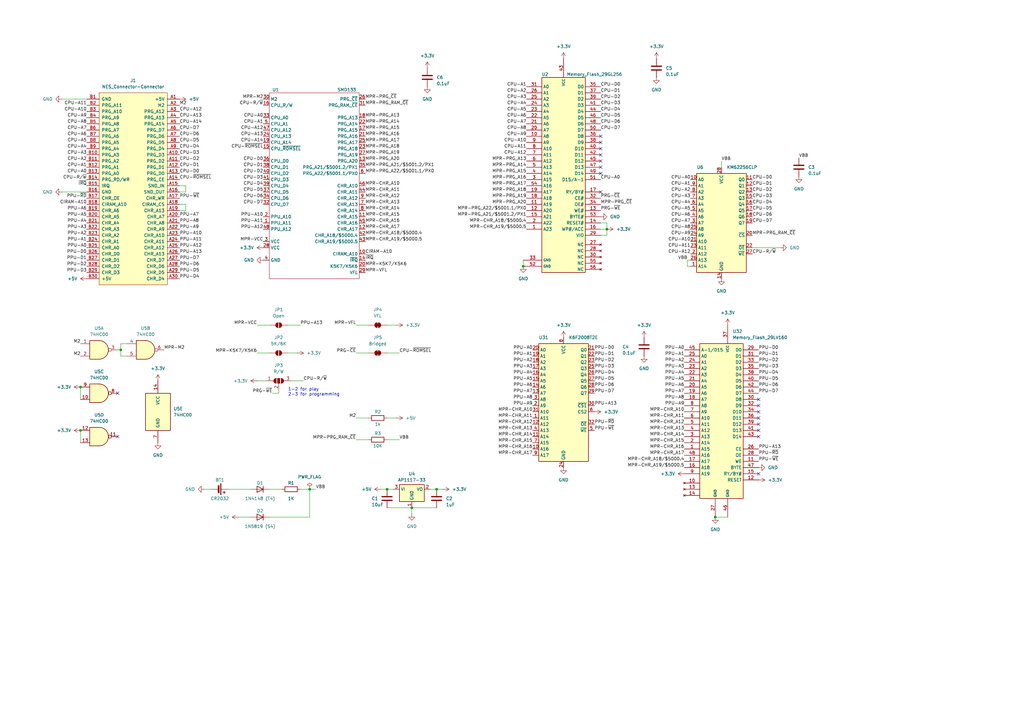
<source format=kicad_sch>
(kicad_sch (version 20250114) (generator "eeschema") (generator_version "9.0")
  (paper "A3")
  (title_block (date "2025-07-08") (company "JRBVZ"))
  (text "1-2 for play\n2-3 for programming" (at 118.11 162.56 0) (effects (font (size 1.27 1.27)) (justify left bottom)))
  (junction (at 248.92 93.98))
  (junction (at 49.53 143.51))
  (junction (at 293.37 212.09))
  (junction (at 179.07 200.66))
  (junction (at 33.02 176.53))
  (junction (at 168.91 208.28))
  (junction (at 127 200.66))
  (junction (at 33.02 158.75))
  (junction (at 214.63 109.22))
  (junction (at 158.75 200.66))
  (no_connect (at 246.38 78.74))
  (no_connect (at 311.15 166.37))
  (no_connect (at 48.26 179.07))
  (no_connect (at 246.38 58.42))
  (no_connect (at 246.38 71.12))
  (no_connect (at 311.15 163.83))
  (no_connect (at 311.15 168.91))
  (no_connect (at 246.38 55.88))
  (no_connect (at 311.15 176.53))
  (no_connect (at 311.15 179.07))
  (no_connect (at 311.15 194.31))
  (no_connect (at 246.38 63.5))
  (no_connect (at 246.38 68.58))
  (no_connect (at 48.26 161.29))
  (no_connect (at 246.38 66.04))
  (no_connect (at 246.38 60.96))
  (no_connect (at 311.15 171.45))
  (no_connect (at 311.15 173.99))
  (wire (pts (xy 105.41 156.21) (xy 109.22 156.21)))
  (wire (pts (xy 49.53 143.51) (xy 49.53 146.05)))
  (wire (pts (xy 214.63 106.68) (xy 214.63 109.22)))
  (wire (pts (xy 158.75 208.28) (xy 168.91 208.28)))
  (wire (pts (xy 111.76 161.29) (xy 114.3 161.29)))
  (wire (pts (xy 248.92 96.52) (xy 246.38 96.52)))
  (wire (pts (xy 110.49 200.66) (xy 115.57 200.66)))
  (wire (pts (xy 146.05 133.35) (xy 151.13 133.35)))
  (wire (pts (xy 281.94 109.22) (xy 283.21 109.22)))
  (wire (pts (xy 73.66 83.82) (xy 76.2 83.82)))
  (wire (pts (xy 281.94 106.68) (xy 281.94 109.22)))
  (wire (pts (xy 121.92 144.78) (xy 118.11 144.78)))
  (wire (pts (xy 73.66 76.2) (xy 76.2 76.2)))
  (wire (pts (xy 76.2 83.82) (xy 76.2 86.36)))
  (wire (pts (xy 295.91 66.04) (xy 295.91 68.58)))
  (wire (pts (xy 25.4 78.74) (xy 35.56 78.74)))
  (wire (pts (xy 33.02 176.53) (xy 33.02 181.61)))
  (wire (pts (xy 110.49 212.09) (xy 127 212.09)))
  (wire (pts (xy 158.75 200.66) (xy 161.29 200.66)))
  (wire (pts (xy 163.83 180.34) (xy 158.75 180.34)))
  (wire (pts (xy 168.91 208.28) (xy 179.07 208.28)))
  (wire (pts (xy 124.46 156.21) (xy 119.38 156.21)))
  (wire (pts (xy 156.21 200.66) (xy 158.75 200.66)))
  (wire (pts (xy 114.3 161.29) (xy 114.3 160.02)))
  (wire (pts (xy 146.05 144.78) (xy 151.13 144.78)))
  (wire (pts (xy 146.05 180.34) (xy 151.13 180.34)))
  (wire (pts (xy 105.41 133.35) (xy 110.49 133.35)))
  (wire (pts (xy 123.19 133.35) (xy 118.11 133.35)))
  (wire (pts (xy 105.41 144.78) (xy 110.49 144.78)))
  (wire (pts (xy 248.92 91.44) (xy 248.92 93.98)))
  (wire (pts (xy 246.38 93.98) (xy 248.92 93.98)))
  (wire (pts (xy 179.07 200.66) (xy 181.61 200.66)))
  (wire (pts (xy 246.38 91.44) (xy 248.92 91.44)))
  (wire (pts (xy 97.79 212.09) (xy 102.87 212.09)))
  (wire (pts (xy 248.92 93.98) (xy 248.92 96.52)))
  (wire (pts (xy 179.07 200.66) (xy 176.53 200.66)))
  (wire (pts (xy 163.83 144.78) (xy 158.75 144.78)))
  (wire (pts (xy 293.37 212.09) (xy 298.45 212.09)))
  (wire (pts (xy 49.53 140.97) (xy 49.53 143.51)))
  (wire (pts (xy 127 200.66) (xy 123.19 200.66)))
  (wire (pts (xy 76.2 78.74) (xy 73.66 78.74)))
  (wire (pts (xy 33.02 158.75) (xy 33.02 163.83)))
  (wire (pts (xy 146.05 171.45) (xy 151.13 171.45)))
  (wire (pts (xy 320.04 101.6) (xy 308.61 101.6)))
  (wire (pts (xy 76.2 76.2) (xy 76.2 78.74)))
  (wire (pts (xy 49.53 146.05) (xy 52.07 146.05)))
  (wire (pts (xy 162.56 171.45) (xy 158.75 171.45)))
  (wire (pts (xy 162.56 133.35) (xy 158.75 133.35)))
  (wire (pts (xy 127 212.09) (xy 127 200.66)))
  (wire (pts (xy 281.94 106.68) (xy 283.21 106.68)))
  (wire (pts (xy 76.2 86.36) (xy 73.66 86.36)))
  (wire (pts (xy 48.26 143.51) (xy 49.53 143.51)))
  (wire (pts (xy 168.91 210.82) (xy 168.91 208.28)))
  (wire (pts (xy 93.98 200.66) (xy 102.87 200.66)))
  (wire (pts (xy 52.07 140.97) (xy 49.53 140.97)))
  (wire (pts (xy 83.82 200.66) (xy 86.36 200.66)))
  (wire (pts (xy 127 200.66) (xy 129.54 200.66)))
  (wire (pts (xy 25.4 40.64) (xy 35.56 40.64)))
  (label "CPU-D5" (at 246.38 48.26 0))
  (label "CPU-D4" (at 308.61 83.82 0))
  (label "PPU-D3" (at 311.15 151.13 0))
  (label "MPR-CHR_A12" (at 149.86 81.28 0))
  (label "CPU-D7" (at 107.95 83.82 180))
  (label "MPR-CHR_A10" (at 280.67 168.91 180))
  (label "PPU-~{RD}" (at 35.56 81.28 180))
  (label "CPU-A1" (at 283.21 76.2 180))
  (label "CPU-A0" (at 35.56 71.12 180))
  (label "MPR-PRG_A15" (at 215.9 71.12 180))
  (label "PPU-~{RD}" (at 243.84 173.99 0))
  (label "MPR-PRG_A19" (at 215.9 81.28 180))
  (label "MPR-PRG_A20" (at 215.9 83.82 180))
  (label "MPR-VCC" (at 105.41 133.35 180))
  (label "MPR-CHR_A18{slash}$5000.4" (at 149.86 96.52 0))
  (label "PPU-A11" (at 107.95 91.44 180))
  (label "PPU-A4" (at 35.56 91.44 180))
  (label "PPU-A6" (at 35.56 86.36 180))
  (label "CPU-A7" (at 35.56 53.34 180))
  (label "CPU-A12" (at 283.21 104.14 180))
  (label "MPR-CHR_A15" (at 218.44 181.61 180))
  (label "CPU-D3" (at 107.95 73.66 180))
  (label "MPR-PRG_A20" (at 149.86 66.04 0))
  (label "CPU-D1" (at 308.61 76.2 0))
  (label "PPU-A4" (at 280.67 153.67 180))
  (label "MPR-CHR_A17" (at 218.44 186.69 180))
  (label "MPR-PRG_A13" (at 149.86 48.26 0))
  (label "PPU-A10" (at 107.95 88.9 180))
  (label "MPR-PRG_A14" (at 149.86 50.8 0))
  (label "CPU-D5" (at 73.66 58.42 0))
  (label "PPU-A0" (at 218.44 143.51 180))
  (label "MPR-PRG_A16" (at 149.86 55.88 0))
  (label "PPU-D7" (at 73.66 106.68 0))
  (label "MPR-CHR_A11" (at 218.44 171.45 180))
  (label "MPR-CHR_A15" (at 280.67 181.61 180))
  (label "MPR-CHR_A13" (at 218.44 176.53 180))
  (label "MPR-CHR_A13" (at 280.67 176.53 180))
  (label "PPU-D4" (at 243.84 153.67 0))
  (label "CPU-A5" (at 283.21 86.36 180))
  (label "CIRAM-A10" (at 35.56 83.82 180))
  (label "PPU-~{WE}" (at 311.15 189.23 0))
  (label "CPU-A10" (at 35.56 45.72 180))
  (label "CPU-D5" (at 308.61 86.36 0))
  (label "VBB" (at 163.83 180.34 0))
  (label "MPR-M2" (at 107.95 40.64 180))
  (label "PPU-A7" (at 218.44 161.29 180))
  (label "MPR-CHR_A16" (at 149.86 91.44 0))
  (label "CIRAM-A10" (at 149.86 104.14 0))
  (label "CPU-~{ROMSEL}" (at 73.66 73.66 0))
  (label "CPU-A7" (at 215.9 50.8 180))
  (label "CPU-A8" (at 215.9 53.34 180))
  (label "CPU-A10" (at 283.21 99.06 180))
  (label "MPR-VFL" (at 146.05 133.35 180))
  (label "CPU-A1" (at 107.95 50.8 180))
  (label "CPU-D1" (at 246.38 38.1 0))
  (label "PPU-A8" (at 280.67 163.83 180))
  (label "CPU-A7" (at 283.21 91.44 180))
  (label "PPU-A13" (at 311.15 184.15 0))
  (label "PPU-A5" (at 280.67 156.21 180))
  (label "PRG-~{CE}" (at 146.05 144.78 180))
  (label "MPR-VCC" (at 107.95 99.06 180))
  (label "PPU-D6" (at 311.15 158.75 0))
  (label "PPU-A1" (at 280.67 146.05 180))
  (label "CPU-R{slash}~{W}" (at 107.95 43.18 180))
  (label "MPR-CHR_A14" (at 218.44 179.07 180))
  (label "PPU-A2" (at 35.56 96.52 180))
  (label "MPR-CHR_A10" (at 218.44 168.91 180))
  (label "PRG-~{WE}" (at 111.76 161.29 180))
  (label "CPU-~{ROMSEL}" (at 107.95 60.96 180))
  (label "PPU-D7" (at 311.15 161.29 0))
  (label "PPU-D3" (at 243.84 151.13 0))
  (label "PPU-A1" (at 218.44 146.05 180))
  (label "CPU-A1" (at 35.56 68.58 180))
  (label "CPU-D2" (at 246.38 40.64 0))
  (label "CPU-A8" (at 35.56 50.8 180))
  (label "CPU-A1" (at 215.9 35.56 180))
  (label "CPU-A10" (at 215.9 58.42 180))
  (label "PPU-D6" (at 73.66 109.22 0))
  (label "PPU-A5" (at 35.56 88.9 180))
  (label "PPU-A11" (at 73.66 99.06 0))
  (label "PPU-D0" (at 243.84 143.51 0))
  (label "PPU-D1" (at 243.84 146.05 0))
  (label "MPR-CHR_A14" (at 149.86 86.36 0))
  (label "MPR-PRG_A18" (at 215.9 78.74 180))
  (label "CPU-A9" (at 35.56 48.26 180))
  (label "CPU-A6" (at 215.9 48.26 180))
  (label "VBB" (at 129.54 200.66 0))
  (label "MPR-PRG_A17" (at 149.86 58.42 0))
  (label "CPU-R{slash}~{W}" (at 35.56 73.66 180))
  (label "CPU-D6" (at 73.66 55.88 0))
  (label "MPR-CHR_A15" (at 149.86 88.9 0))
  (label "M2" (at 146.05 171.45 180))
  (label "CPU-D1" (at 73.66 68.58 0))
  (label "MPR-PRG_A21{slash}$5001.2{slash}PX1" (at 149.86 68.58 0))
  (label "CPU-D7" (at 73.66 53.34 0))
  (label "CPU-A4" (at 35.56 60.96 180))
  (label "PPU-D0" (at 311.15 143.51 0))
  (label "MPR-CHR_A16" (at 280.67 184.15 180))
  (label "PRG-~{CE}" (at 246.38 81.28 0))
  (label "CPU-D6" (at 246.38 50.8 0))
  (label "CPU-A11" (at 283.21 101.6 180))
  (label "CPU-D0" (at 246.38 35.56 0))
  (label "CPU-A3" (at 35.56 63.5 180))
  (label "PPU-A8" (at 73.66 91.44 0))
  (label "CPU-A12" (at 107.95 53.34 180))
  (label "PPU-D1" (at 35.56 106.68 180))
  (label "CPU-A11" (at 215.9 60.96 180))
  (label "PPU-D5" (at 73.66 111.76 0))
  (label "PPU-D0" (at 35.56 104.14 180))
  (label "MPR-PRG_A22{slash}$5001.1{slash}PX0" (at 215.9 86.36 180))
  (label "PPU-A3" (at 218.44 151.13 180))
  (label "CPU-A13" (at 107.95 55.88 180))
  (label "PPU-A12" (at 107.95 93.98 180))
  (label "CPU-D3" (at 73.66 63.5 0))
  (label "PPU-A2" (at 218.44 148.59 180))
  (label "CPU-A5" (at 215.9 45.72 180))
  (label "CPU-D6" (at 308.61 88.9 0))
  (label "MPR-PRG_A14" (at 215.9 68.58 180))
  (label "PPU-D5" (at 311.15 156.21 0))
  (label "CPU-A9" (at 215.9 55.88 180))
  (label "MPR-PRG_A18" (at 149.86 60.96 0))
  (label "PPU-A13" (at 73.66 104.14 0))
  (label "MPR-CHR_A10" (at 149.86 76.2 0))
  (label "MPR-M2" (at 67.31 143.51 0))
  (label "VBB" (at 327.66 64.77 0))
  (label "PPU-A4" (at 218.44 153.67 180))
  (label "MPR-PRG_A19" (at 149.86 63.5 0))
  (label "MPR-CHR_A18{slash}$5000.4" (at 280.67 189.23 180))
  (label "CPU-A9" (at 283.21 96.52 180))
  (label "CPU-D6" (at 107.95 81.28 180))
  (label "CPU-R{slash}~{W}" (at 124.46 156.21 0))
  (label "MPR-K5K7{slash}K5K6" (at 105.41 144.78 180))
  (label "PPU-D6" (at 243.84 158.75 0))
  (label "VBB" (at 281.94 106.68 180))
  (label "CPU-R{slash}~{W}" (at 308.61 104.14 0))
  (label "CPU-A3" (at 215.9 40.64 180))
  (label "VBB" (at 295.91 66.04 0))
  (label "CPU-A8" (at 283.21 93.98 180))
  (label "PPU-~{RD}" (at 311.15 186.69 0))
  (label "MPR-CHR_A17" (at 280.67 186.69 180))
  (label "PPU-A0" (at 35.56 101.6 180))
  (label "PPU-A10" (at 73.66 96.52 0))
  (label "PPU-~{WE}" (at 243.84 176.53 0))
  (label "CPU-D0" (at 308.61 73.66 0))
  (label "MPR-PRG_RAM_~{CE}" (at 149.86 43.18 0))
  (label "CPU-A2" (at 283.21 78.74 180))
  (label "CPU-D3" (at 308.61 81.28 0))
  (label "CPU-A0" (at 283.21 73.66 180))
  (label "PPU-A9" (at 280.67 166.37 180))
  (label "PPU-D1" (at 311.15 146.05 0))
  (label "CPU-~{ROMSEL}" (at 163.83 144.78 0))
  (label "M2" (at 73.66 43.18 0))
  (label "MPR-CHR_A18{slash}$5000.4" (at 215.9 91.44 180))
  (label "MPR-PRG_RAM_~{CE}" (at 308.61 96.52 0))
  (label "MPR-CHR_A19{slash}$5000.5" (at 215.9 93.98 180))
  (label "CPU-A6" (at 35.56 55.88 180))
  (label "PPU-D3" (at 35.56 111.76 180))
  (label "CPU-A0" (at 246.38 73.66 0))
  (label "MPR-CHR_A16" (at 218.44 184.15 180))
  (label "~{IRQ}" (at 149.86 106.68 0))
  (label "PPU-D2" (at 243.84 148.59 0))
  (label "CPU-A12" (at 73.66 45.72 0))
  (label "PPU-A3" (at 280.67 151.13 180))
  (label "MPR-PRG_RAM_~{CE}" (at 146.05 180.34 180))
  (label "PPU-D4" (at 311.15 153.67 0))
  (label "MPR-PRG_A21{slash}$5001.2{slash}PX1" (at 215.9 88.9 180))
  (label "CPU-D5" (at 107.95 78.74 180))
  (label "CPU-D7" (at 308.61 91.44 0))
  (label "MPR-PRG_A22{slash}$5001.1{slash}PX0" (at 149.86 71.12 0))
  (label "MPR-VFL" (at 149.86 111.76 0))
  (label "PPU-D2" (at 311.15 148.59 0))
  (label "PPU-D5" (at 243.84 156.21 0))
  (label "MPR-CHR_A19{slash}$5000.5" (at 149.86 99.06 0))
  (label "PPU-A2" (at 280.67 148.59 180))
  (label "MPR-CHR_A11" (at 149.86 78.74 0))
  (label "MPR-CHR_A13" (at 149.86 83.82 0))
  (label "MPR-PRG_A16" (at 215.9 73.66 180))
  (label "M2" (at 33.02 146.05 180))
  (label "PPU-A13" (at 243.84 166.37 0))
  (label "PPU-A0" (at 280.67 143.51 180))
  (label "PPU-A12" (at 73.66 101.6 0))
  (label "MPR-CHR_A11" (at 280.67 171.45 180))
  (label "PPU-A9" (at 218.44 166.37 180))
  (label "PPU-A13" (at 123.19 133.35 0))
  (label "CPU-A3" (at 283.21 81.28 180))
  (label "PPU-A7" (at 73.66 88.9 0))
  (label "PPU-A1" (at 35.56 99.06 180))
  (label "CPU-A5" (at 35.56 58.42 180))
  (label "PRG-~{WE}" (at 246.38 86.36 0))
  (label "PPU-A8" (at 218.44 163.83 180))
  (label "PPU-A5" (at 218.44 156.21 180))
  (label "CPU-A4" (at 283.21 83.82 180))
  (label "CPU-D1" (at 107.95 68.58 180))
  (label "MPR-PRG_A13" (at 215.9 66.04 180))
  (label "CPU-D2" (at 308.61 78.74 0))
  (label "CPU-A11" (at 35.56 43.18 180))
  (label "MPR-CHR_A19{slash}$5000.5" (at 280.67 191.77 180))
  (label "CPU-D3" (at 246.38 43.18 0))
  (label "CPU-D2" (at 73.66 66.04 0))
  (label "CPU-D7" (at 246.38 53.34 0))
  (label "CPU-D0" (at 73.66 71.12 0))
  (label "~{IRQ}" (at 35.56 76.2 180))
  (label "PPU-~{WE}" (at 73.66 81.28 0))
  (label "PPU-A6" (at 218.44 158.75 180))
  (label "PPU-A6" (at 280.67 158.75 180))
  (label "CPU-D4" (at 107.95 76.2 180))
  (label "CPU-A2" (at 215.9 38.1 180))
  (label "CPU-A0" (at 107.95 48.26 180))
  (label "CPU-D2" (at 107.95 71.12 180))
  (label "CPU-A13" (at 73.66 48.26 0))
  (label "MPR-CHR_A12" (at 280.67 173.99 180))
  (label "MPR-PRG_~{CE}" (at 149.86 40.64 0))
  (label "CPU-A14" (at 107.95 58.42 180))
  (label "CPU-A4" (at 215.9 43.18 180))
  (label "CPU-A14" (at 73.66 50.8 0))
  (label "CPU-A6" (at 283.21 88.9 180))
  (label "M2" (at 33.02 140.97 180))
  (label "MPR-CHR_A12" (at 218.44 173.99 180))
  (label "CPU-D4" (at 246.38 45.72 0))
  (label "MPR-CHR_A14" (at 280.67 179.07 180))
  (label "MPR-PRG_A15" (at 149.86 53.34 0))
  (label "MPR-PRG_~{CE}" (at 246.38 83.82 0))
  (label "MPR-CHR_A17" (at 149.86 93.98 0))
  (label "PPU-D7" (at 243.84 161.29 0))
  (label "CPU-A12" (at 215.9 63.5 180))
  (label "CPU-D4" (at 73.66 60.96 0))
  (label "MPR-PRG_A17" (at 215.9 76.2 180))
  (label "CPU-D0" (at 107.95 66.04 180))
  (label "PPU-D2" (at 35.56 109.22 180))
  (label "CPU-A2" (at 35.56 66.04 180))
  (label "PPU-A9" (at 73.66 93.98 0))
  (label "MPR-K5K7{slash}K5K6" (at 149.86 109.22 0))
  (label "PPU-D4" (at 73.66 114.3 0))
  (label "PPU-A7" (at 280.67 161.29 180))
  (label "PPU-A3" (at 35.56 93.98 180))
  (symbol (lib_id "power:+3.3V") (at 162.56 133.35 270) (unit 1)
    (property "Reference" "#PWR015" (effects (hide yes)))
    (property "Value" "+3.3V" (at 166.37 133.35 90) (effects (justify left)))
    (property "Description" "Power symbol creates a global label with name \"+3.3V\"" (effects (hide yes)))
  )
  (symbol (lib_id "power:GND") (at 168.91 210.82 0) (unit 1)
    (property "Reference" "#PWR020" (effects (hide yes)))
    (property "Value" "GND" (at 168.91 215.9 0))
    (property "Description" "Power symbol creates a global label with name \"GND\" , ground" (effects (hide yes)))
  )
  (symbol (lib_id "74xx:74HC00") (at 40.64 143.51 0) (unit 1)
    (property "Reference" "U5" (at 40.6317 134.62 0))
    (property "Value" "74HC00" (at 40.6317 137.16 0))
    (property "Footprint" "Package_SO:SO-14_3.9x8.65mm_P1.27mm" (effects (hide yes)))
    (property "Datasheet" "http://www.ti.com/lit/gpn/sn74hc00" (effects (hide yes)))
    (property "Description" "quad 2-input NAND gate" (effects (hide yes)))
  )
  (symbol (lib_id "power:+3.3V") (at 105.41 156.21 90) (mirror x) (unit 1)
    (property "Reference" "#PWR010" (effects (hide yes)))
    (property "Value" "+3.3V" (at 101.6 156.21 90) (effects (justify left)))
    (property "Description" "Power symbol creates a global label with name \"+3.3V\"" (effects (hide yes)))
  )
  (symbol (lib_id "power:GND") (at 295.91 114.3 0) (unit 1)
    (property "Reference" "#PWR036" (effects (hide yes)))
    (property "Value" "GND" (at 295.91 119.38 0))
    (property "Description" "Power symbol creates a global label with name \"GND\" , ground" (effects (hide yes)))
  )
  (symbol (lib_id "power:+5V") (at 35.56 114.3 90) (unit 1)
    (property "Reference" "#PWR05" (effects (hide yes)))
    (property "Value" "+5V" (at 31.75 114.3 90) (effects (justify left)))
    (property "Description" "Power symbol creates a global label with name \"+5V\"" (effects (hide yes)))
  )
  (symbol (lib_id "74xx:74HC00") (at 40.64 179.07 0) (unit 4)
    (property "Reference" "U5" (at 40.6317 170.18 0))
    (property "Value" "74HC00" (at 40.6317 172.72 0))
    (property "Footprint" "Package_SO:SO-14_3.9x8.65mm_P1.27mm" (effects (hide yes)))
    (property "Datasheet" "http://www.ti.com/lit/gpn/sn74hc00" (effects (hide yes)))
    (property "Description" "quad 2-input NAND gate" (effects (hide yes)))
  )
  (symbol (lib_id "Jumper:SolderJumper_2_Bridged") (at 154.94 144.78 0) (unit 1) (in_bom no)
    (property "Reference" "JP5" (at 154.94 138.43 0))
    (property "Value" "Bridged" (at 154.94 140.97 0))
    (property "Footprint" "Jumper:SolderJumper-2_P1.3mm_Bridged_RoundedPad1.0x1.5mm" (effects (hide yes)))
    (property "Description" "Solder Jumper, 2-pole, closed/bridged" (effects (hide yes)))
  )
  (symbol (lib_id "Device:C") (at 327.66 68.58 0) (unit 1)
    (property "Reference" "C3" (at 331.47 68.58 0) (effects (justify left)))
    (property "Value" "0.1uF" (at 331.47 71.12 0) (effects (justify left)))
    (property "Footprint" "Capacitor_SMD:C_0603_1608Metric_Pad1.08x0.95mm_HandSolder" (effects (hide yes)))
    (property "Description" "Unpolarized capacitor" (effects (hide yes)))
  )
  (symbol (lib_id "SMD133-Coolboy:NES_Connector") (at 54.61 67.31 0) (unit 1) (in_bom no)
    (property "Reference" "J1" (at 54.61 33.02 0))
    (property "Value" "NES_Connector-Connector" (at 54.61 35.56 0))
    (property "Footprint" "SMD133-Coolboy:NES_Connector_L" (effects (hide yes)))
    (property "Description" "NES Connector" (effects (hide yes)))
  )
  (symbol (lib_id "power:+3.3V") (at 298.45 133.35 0) (unit 1)
    (property "Reference" "#PWR037" (effects (hide yes)))
    (property "Value" "+3.3V" (at 298.45 128.27 0))
    (property "Description" "Power symbol creates a global label with name \"+3.3V\"" (effects (hide yes)))
  )
  (symbol (lib_id "Device:D") (at 106.68 212.09 180) (unit 1)
    (property "Reference" "D2" (at 106.68 209.55 0))
    (property "Value" "1N5819 (S4)" (at 106.68 215.9 0))
    (property "Footprint" "Diode_SMD:D_SOD-123" (effects (hide yes)))
    (property "Description" "Diode" (effects (hide yes)))
    (property "Sim.Device" "D" (effects (hide yes)))
    (property "Sim.Pins" "1=K 2=A" (effects (hide yes)))
  )
  (symbol (lib_id "power:GND") (at 246.38 88.9 90) (unit 1)
    (property "Reference" "#PWR029" (effects (hide yes)))
    (property "Value" "GND" (at 250.19 88.9 90) (effects (justify right)))
    (property "Description" "Power symbol creates a global label with name \"GND\" , ground" (effects (hide yes)))
  )
  (symbol (lib_id "Device:R") (at 119.38 200.66 90) (unit 1)
    (property "Reference" "R1" (at 119.38 198.12 90))
    (property "Value" "1K" (at 119.38 204.47 90))
    (property "Footprint" "Resistor_SMD:R_0805_2012Metric" (effects (hide yes)))
    (property "Description" "Resistor" (effects (hide yes)))
  )
  (symbol (lib_id "power:PWR_FLAG") (at 127 200.66 0) (unit 1)
    (property "Reference" "#FLG01" (effects (hide yes)))
    (property "Value" "PWR_FLAG" (at 127 195.58 0))
    (property "Description" "Special symbol for telling ERC where power comes from" (effects (hide yes)))
  )
  (symbol (lib_id "power:GND") (at 25.4 40.64 270) (unit 1)
    (property "Reference" "#PWR01" (effects (hide yes)))
    (property "Value" "GND" (at 21.59 40.64 90) (effects (justify right)))
    (property "Description" "Power symbol creates a global label with name \"GND\" , ground" (effects (hide yes)))
  )
  (symbol (lib_id "power:GND") (at 214.63 109.22 0) (unit 1)
    (property "Reference" "#PWR024" (effects (hide yes)))
    (property "Value" "GND" (at 214.63 114.3 0))
    (property "Description" "Power symbol creates a global label with name \"GND\" , ground" (effects (hide yes)))
  )
  (symbol (lib_id "Device:Battery_Cell") (at 88.9 200.66 270) (unit 1)
    (property "Reference" "BT1" (at 90.17 196.85 90))
    (property "Value" "CR2032" (at 90.17 204.47 90))
    (property "Footprint" "SMD133-Coolboy:BatteryHolder_2032" (effects (hide yes)))
    (property "Description" "Single-cell battery" (effects (hide yes)))
  )
  (symbol (lib_id "Jumper:SolderJumper_2_Bridged") (at 154.94 133.35 0) (unit 1) (in_bom no)
    (property "Reference" "JP4" (at 154.94 127 0))
    (property "Value" "VFL" (at 154.94 129.54 0))
    (property "Footprint" "Jumper:SolderJumper-2_P1.3mm_Bridged_RoundedPad1.0x1.5mm" (effects (hide yes)))
    (property "Description" "Solder Jumper, 2-pole, closed/bridged" (effects (hide yes)))
  )
  (symbol (lib_id "power:+3.3V") (at 175.26 27.94 0) (unit 1)
    (property "Reference" "#PWR041" (effects (hide yes)))
    (property "Value" "+3.3V" (at 175.26 22.86 0))
    (property "Description" "Power symbol creates a global label with name \"+3.3V\"" (effects (hide yes)))
  )
  (symbol (lib_id "power:GND") (at 107.95 106.68 270) (unit 1)
    (property "Reference" "#PWR012" (effects (hide yes)))
    (property "Value" "GND" (at 104.14 106.68 90) (effects (justify right)))
    (property "Description" "Power symbol creates a global label with name \"GND\" , ground" (effects (hide yes)))
  )
  (symbol (lib_id "power:GND") (at 269.24 31.75 0) (unit 1)
    (property "Reference" "#PWR032" (effects (hide yes)))
    (property "Value" "GND" (at 269.24 36.83 0))
    (property "Description" "Power symbol creates a global label with name \"GND\" , ground" (effects (hide yes)))
  )
  (symbol (lib_id "power:+3.3V") (at 64.77 156.21 0) (unit 1)
    (property "Reference" "#PWR06" (effects (hide yes)))
    (property "Value" "+3.3V" (at 64.77 151.13 0))
    (property "Description" "Power symbol creates a global label with name \"+3.3V\"" (effects (hide yes)))
  )
  (symbol (lib_id "power:+5V") (at 73.66 40.64 270) (unit 1)
    (property "Reference" "#PWR08" (effects (hide yes)))
    (property "Value" "+5V" (at 77.47 40.64 90) (effects (justify left)))
    (property "Description" "Power symbol creates a global label with name \"+5V\"" (effects (hide yes)))
  )
  (symbol (lib_id "power:+3.3V") (at 181.61 200.66 270) (unit 1)
    (property "Reference" "#PWR021" (effects (hide yes)))
    (property "Value" "+3.3V" (at 185.42 200.66 90) (effects (justify left)))
    (property "Description" "Power symbol creates a global label with name \"+3.3V\"" (effects (hide yes)))
  )
  (symbol (lib_id "power:GND") (at 175.26 35.56 0) (unit 1)
    (property "Reference" "#PWR042" (effects (hide yes)))
    (property "Value" "GND" (at 175.26 40.64 0))
    (property "Description" "Power symbol creates a global label with name \"GND\" , ground" (effects (hide yes)))
  )
  (symbol (lib_id "power:GND") (at 25.4 78.74 270) (unit 1)
    (property "Reference" "#PWR02" (effects (hide yes)))
    (property "Value" "GND" (at 21.59 78.74 90) (effects (justify right)))
    (property "Description" "Power symbol creates a global label with name \"GND\" , ground" (effects (hide yes)))
  )
  (symbol (lib_id "power:GND") (at 64.77 181.61 0) (unit 1)
    (property "Reference" "#PWR07" (effects (hide yes)))
    (property "Value" "GND" (at 64.77 186.69 0))
    (property "Description" "Power symbol creates a global label with name \"GND\" , ground" (effects (hide yes)))
  )
  (symbol (lib_id "Device:R") (at 154.94 180.34 90) (unit 1)
    (property "Reference" "R3" (at 154.94 177.8 90))
    (property "Value" "10K" (at 154.94 182.88 90))
    (property "Footprint" "Resistor_SMD:R_0805_2012Metric" (effects (hide yes)))
    (property "Description" "Resistor" (effects (hide yes)))
  )
  (symbol (lib_id "Device:R") (at 154.94 171.45 90) (unit 1)
    (property "Reference" "R2" (at 154.94 168.91 90))
    (property "Value" "1k" (at 154.94 173.99 90))
    (property "Footprint" "Resistor_SMD:R_0805_2012Metric" (effects (hide yes)))
    (property "Description" "Resistor" (effects (hide yes)))
  )
  (symbol (lib_id "SMD133-Coolboy:Memory_Flash_29LV160") (at 295.91 163.83 0) (unit 1)
    (property "Reference" "U32" (at 300.4694 135.89 0) (effects (justify left)))
    (property "Value" "Memory_Flash_29LV160" (at 300.4694 138.43 0) (effects (justify left)))
    (property "Footprint" "Package_SO:TSOP-I-48_18.4x12mm_P0.5mm" (effects (hide yes)))
  )
  (symbol (lib_id "Jumper:SolderJumper_2_Open") (at 114.3 133.35 0) (unit 1) (in_bom no)
    (property "Reference" "JP1" (at 114.3 127 0))
    (property "Value" "Open" (at 114.3 129.54 0))
    (property "Footprint" "Jumper:SolderJumper-2_P1.3mm_Open_RoundedPad1.0x1.5mm" (effects (hide yes)))
    (property "Description" "Solder Jumper, 2-pole, open" (effects (hide yes)))
  )
  (symbol (lib_id "74xx:74HC00") (at 40.64 161.29 0) (unit 3)
    (property "Reference" "U5" (at 40.6317 152.4 0))
    (property "Value" "74HC00" (at 40.6317 154.94 0))
    (property "Footprint" "Package_SO:SO-14_3.9x8.65mm_P1.27mm" (effects (hide yes)))
    (property "Datasheet" "http://www.ti.com/lit/gpn/sn74hc00" (effects (hide yes)))
    (property "Description" "quad 2-input NAND gate" (effects (hide yes)))
  )
  (symbol (lib_id "Regulator_Linear:AP1117-33") (at 168.91 200.66 0) (unit 1)
    (property "Reference" "U4" (at 168.91 194.31 0))
    (property "Value" "AP1117-33" (at 168.91 196.85 0))
    (property "Footprint" "SMD133-Coolboy:SOT-89-223" (effects (hide yes)))
    (property "Datasheet" "http://www.diodes.com/datasheets/AP1117.pdf" (effects (hide yes)))
    (property "Description" "1A Low Dropout regulator, positive, 3.3V fixed output, SOT-223" (effects (hide yes)))
  )
  (symbol (lib_id "Device:C") (at 269.24 27.94 0) (unit 1)
    (property "Reference" "C5" (at 273.05 27.94 0) (effects (justify left)))
    (property "Value" "0.1uF" (at 273.05 30.48 0) (effects (justify left)))
    (property "Footprint" "Capacitor_SMD:C_0603_1608Metric_Pad1.08x0.95mm_HandSolder" (effects (hide yes)))
    (property "Description" "Unpolarized capacitor" (effects (hide yes)))
  )
  (symbol (lib_id "power:+3.3V") (at 107.95 101.6 90) (unit 1)
    (property "Reference" "#PWR011" (effects (hide yes)))
    (property "Value" "+3.3V" (at 104.14 101.6 90) (effects (justify left)))
    (property "Description" "Power symbol creates a global label with name \"+3.3V\"" (effects (hide yes)))
  )
  (symbol (lib_id "Device:D") (at 106.68 200.66 180) (unit 1)
    (property "Reference" "D1" (at 106.68 198.12 0))
    (property "Value" "1N4148 (T4)" (at 106.68 204.47 0))
    (property "Footprint" "Diode_SMD:D_SOD-123" (effects (hide yes)))
    (property "Description" "Diode" (effects (hide yes)))
    (property "Sim.Device" "D" (effects (hide yes)))
    (property "Sim.Pins" "1=K 2=A" (effects (hide yes)))
  )
  (symbol (lib_id "Device:C") (at 158.75 204.47 0) (unit 1)
    (property "Reference" "C1" (at 152.4 204.47 0) (effects (justify left)))
    (property "Value" "10uF" (at 152.4 207.01 0) (effects (justify left)))
    (property "Footprint" "Capacitor_SMD:C_0805_2012Metric" (effects (hide yes)))
    (property "Description" "Unpolarized capacitor" (effects (hide yes)))
  )
  (symbol (lib_id "power:+3.3V") (at 248.92 93.98 270) (unit 1)
    (property "Reference" "#PWR030" (effects (hide yes)))
    (property "Value" "+3.3V" (at 252.73 93.98 90) (effects (justify left)))
    (property "Description" "Power symbol creates a global label with name \"+3.3V\"" (effects (hide yes)))
  )
  (symbol (lib_id "power:+3.3V") (at 311.15 196.85 270) (unit 1)
    (property "Reference" "#PWR039" (effects (hide yes)))
    (property "Value" "+3.3V" (at 314.96 196.85 90) (effects (justify left)))
    (property "Description" "Power symbol creates a global label with name \"+3.3V\"" (effects (hide yes)))
  )
  (symbol (lib_id "power:+3.3V") (at 231.14 138.43 0) (unit 1)
    (property "Reference" "#PWR026" (effects (hide yes)))
    (property "Value" "+3.3V" (at 231.14 133.35 0))
    (property "Description" "Power symbol creates a global label with name \"+3.3V\"" (effects (hide yes)))
  )
  (symbol (lib_id "power:+3.3V") (at 231.14 24.13 0) (unit 1)
    (property "Reference" "#PWR025" (effects (hide yes)))
    (property "Value" "+3.3V" (at 231.14 19.05 0))
    (property "Description" "Power symbol creates a global label with name \"+3.3V\"" (effects (hide yes)))
  )
  (symbol (lib_id "74xx:74HC00") (at 59.69 143.51 0) (unit 2)
    (property "Reference" "U5" (at 59.6817 134.62 0))
    (property "Value" "74HC00" (at 59.6817 137.16 0))
    (property "Footprint" "Package_SO:SO-14_3.9x8.65mm_P1.27mm" (effects (hide yes)))
    (property "Datasheet" "http://www.ti.com/lit/gpn/sn74hc00" (effects (hide yes)))
    (property "Description" "quad 2-input NAND gate" (effects (hide yes)))
  )
  (symbol (lib_id "power:GND") (at 83.82 200.66 270) (unit 1)
    (property "Reference" "#PWR09" (effects (hide yes)))
    (property "Value" "GND" (at 80.01 200.66 90) (effects (justify right)))
    (property "Description" "Power symbol creates a global label with name \"GND\" , ground" (effects (hide yes)))
  )
  (symbol (lib_id "Device:C") (at 175.26 31.75 0) (unit 1)
    (property "Reference" "C6" (at 179.07 31.75 0) (effects (justify left)))
    (property "Value" "0.1uF" (at 179.07 34.29 0) (effects (justify left)))
    (property "Footprint" "Capacitor_SMD:C_0603_1608Metric_Pad1.08x0.95mm_HandSolder" (effects (hide yes)))
    (property "Description" "Unpolarized capacitor" (effects (hide yes)))
  )
  (symbol (lib_id "74xx:74HC00") (at 64.77 168.91 0) (unit 5)
    (property "Reference" "U5" (at 71.12 167.64 0) (effects (justify left)))
    (property "Value" "74HC00" (at 71.12 170.18 0) (effects (justify left)))
    (property "Footprint" "Package_SO:SO-14_3.9x8.65mm_P1.27mm" (effects (hide yes)))
    (property "Datasheet" "http://www.ti.com/lit/gpn/sn74hc00" (effects (hide yes)))
    (property "Description" "quad 2-input NAND gate" (effects (hide yes)))
  )
  (symbol (lib_id "SMD133-Coolboy:SMD133") (at 129.54 73.66 0) (unit 1)
    (property "Reference" "U1" (at 113.03 36.83 0))
    (property "Value" "SMD133" (at 142.24 36.83 0))
    (property "Footprint" "Package_QFP:LQFP-48_7x7mm_P0.5mm" (effects (hide yes)))
    (property "Description" "SMD133 MMC Mapper" (effects (hide yes)))
  )
  (symbol (lib_id "power:+3.3V") (at 243.84 168.91 270) (unit 1)
    (property "Reference" "#PWR028" (effects (hide yes)))
    (property "Value" "+3.3V" (at 247.65 168.91 90) (effects (justify left)))
    (property "Description" "Power symbol creates a global label with name \"+3.3V\"" (effects (hide yes)))
  )
  (symbol (lib_id "Jumper:SolderJumper_2_Open") (at 114.3 144.78 0) (unit 1) (in_bom no)
    (property "Reference" "JP2" (at 114.3 138.43 0))
    (property "Value" "5K/6K" (at 114.3 140.97 0))
    (property "Footprint" "Jumper:SolderJumper-2_P1.3mm_Open_RoundedPad1.0x1.5mm" (effects (hide yes)))
    (property "Description" "Solder Jumper, 2-pole, open" (effects (hide yes)))
  )
  (symbol (lib_id "power:GND") (at 320.04 101.6 90) (unit 1)
    (property "Reference" "#PWR040" (effects (hide yes)))
    (property "Value" "GND" (at 323.85 101.6 90) (effects (justify right)))
    (property "Description" "Power symbol creates a global label with name \"GND\" , ground" (effects (hide yes)))
  )
  (symbol (lib_id "Device:C") (at 264.16 142.24 0) (unit 1)
    (property "Reference" "C4" (at 255.27 142.24 0) (effects (justify left)))
    (property "Value" "0.1uF" (at 255.27 144.78 0) (effects (justify left)))
    (property "Footprint" "Capacitor_SMD:C_0603_1608Metric_Pad1.08x0.95mm_HandSolder" (effects (hide yes)))
    (property "Description" "Unpolarized capacitor" (effects (hide yes)))
  )
  (symbol (lib_id "power:GND") (at 311.15 191.77 90) (unit 1)
    (property "Reference" "#PWR038" (effects (hide yes)))
    (property "Value" "GND" (at 314.96 191.77 90) (effects (justify right)))
    (property "Description" "Power symbol creates a global label with name \"GND\" , ground" (effects (hide yes)))
  )
  (symbol (lib_id "power:+5V") (at 156.21 200.66 90) (unit 1)
    (property "Reference" "#PWR017" (effects (hide yes)))
    (property "Value" "+5V" (at 152.4 200.66 90) (effects (justify left)))
    (property "Description" "Power symbol creates a global label with name \"+5V\"" (effects (hide yes)))
  )
  (symbol (lib_id "Memory_RAM:KM62256CLP") (at 295.91 91.44 0) (unit 1)
    (property "Reference" "U6" (at 285.75 68.58 0) (effects (justify left)))
    (property "Value" "KM62256CLP" (at 298.1041 68.58 0) (effects (justify left)))
    (property "Footprint" "SMD133-Coolboy:SOP-28" (effects (hide yes)))
    (property "Datasheet" "https://www.futurlec.com/Datasheet/Memory/62256.pdf" (effects (hide yes)))
    (property "Description" "32Kx8 bit Low Power CMOS Static RAM, 55/70ns, DIP-28" (effects (hide yes)))
  )
  (symbol (lib_id "power:+5V") (at 97.79 212.09 90) (unit 1)
    (property "Reference" "#PWR013" (effects (hide yes)))
    (property "Value" "+5V" (at 93.98 212.09 90) (effects (justify left)))
    (property "Description" "Power symbol creates a global label with name \"+5V\"" (effects (hide yes)))
  )
  (symbol (lib_id "power:+3.3V") (at 280.67 194.31 90) (unit 1)
    (property "Reference" "#PWR033" (effects (hide yes)))
    (property "Value" "+3.3V" (at 276.86 194.31 90) (effects (justify left)))
    (property "Description" "Power symbol creates a global label with name \"+3.3V\"" (effects (hide yes)))
  )
  (symbol (lib_id "power:+3.3V") (at 33.02 158.75 90) (unit 1)
    (property "Reference" "#PWR03" (effects (hide yes)))
    (property "Value" "+3.3V" (at 29.21 158.75 90) (effects (justify left)))
    (property "Description" "Power symbol creates a global label with name \"+3.3V\"" (effects (hide yes)))
  )
  (symbol (lib_id "power:+3.3V") (at 264.16 138.43 0) (unit 1)
    (property "Reference" "#PWR022" (effects (hide yes)))
    (property "Value" "+3.3V" (at 264.16 133.35 0))
    (property "Description" "Power symbol creates a global label with name \"+3.3V\"" (effects (hide yes)))
  )
  (symbol (lib_id "power:GND") (at 327.66 72.39 0) (unit 1)
    (property "Reference" "#PWR019" (effects (hide yes)))
    (property "Value" "GND" (at 327.66 77.47 0))
    (property "Description" "Power symbol creates a global label with name \"GND\" , ground" (effects (hide yes)))
  )
  (symbol (lib_id "SMD133-Coolboy:K6F2008T2E") (at 231.14 161.29 0) (unit 1)
    (property "Reference" "U31" (at 220.98 138.43 0) (effects (justify left)))
    (property "Value" "K6F2008T2E" (at 233.3341 138.43 0) (effects (justify left)))
    (property "Footprint" "SMD133-Coolboy:TSOP-I-32_11.8-18.4x8mm_P0.5mm" (effects (hide yes)))
    (property "Description" "256Kx8 bit Low Power CMOS Static RAM, 55/70ns" (effects (hide yes)))
  )
  (symbol (lib_id "power:+3.3V") (at 269.24 24.13 0) (unit 1)
    (property "Reference" "#PWR031" (effects (hide yes)))
    (property "Value" "+3.3V" (at 269.24 19.05 0))
    (property "Description" "Power symbol creates a global label with name \"+3.3V\"" (effects (hide yes)))
  )
  (symbol (lib_id "Jumper:SolderJumper_3_Open") (at 114.3 156.21 0) (unit 1) (in_bom no)
    (property "Reference" "JP3" (at 114.3 149.86 0))
    (property "Value" "R/W" (at 114.3 152.4 0))
    (property "Footprint" "Jumper:SolderJumper-3_P1.3mm_Open_RoundedPad1.0x1.5mm" (effects (hide yes)))
    (property "Description" "Solder Jumper, 3-pole, open" (effects (hide yes)))
  )
  (symbol (lib_id "power:+5V") (at 162.56 171.45 270) (unit 1)
    (property "Reference" "#PWR016" (effects (hide yes)))
    (property "Value" "+5V" (at 166.37 171.45 90) (effects (justify left)))
    (property "Description" "Power symbol creates a global label with name \"+5V\"" (effects (hide yes)))
  )
  (symbol (lib_id "power:GND") (at 231.14 191.77 0) (unit 1)
    (property "Reference" "#PWR027" (effects (hide yes)))
    (property "Value" "GND" (at 231.14 196.85 0))
    (property "Description" "Power symbol creates a global label with name \"GND\" , ground" (effects (hide yes)))
  )
  (symbol (lib_id "Device:C") (at 179.07 204.47 0) (unit 1)
    (property "Reference" "C2" (at 182.88 204.47 0) (effects (justify left)))
    (property "Value" "1uF" (at 182.88 207.01 0) (effects (justify left)))
    (property "Footprint" "Capacitor_SMD:C_0805_2012Metric" (effects (hide yes)))
    (property "Description" "Unpolarized capacitor" (effects (hide yes)))
  )
  (symbol (lib_id "SMD133-Coolboy:Memory_Flash_29GL256") (at 231.14 60.96 0) (unit 1)
    (property "Reference" "U2" (at 223.52 30.48 0))
    (property "Value" "Memory_Flash_29GL256" (at 243.84 30.48 0))
    (property "Footprint" "Package_SO:TSOP-I-56_18.4x14mm_P0.5mm" (effects (hide yes)))
    (property "Description" "NOR Flash Memory 256Mbit TSOP-56" (effects (hide yes)))
  )
  (symbol (lib_id "power:+3.3V") (at 33.02 176.53 90) (unit 1)
    (property "Reference" "#PWR04" (effects (hide yes)))
    (property "Value" "+3.3V" (at 29.21 176.53 90) (effects (justify left)))
    (property "Description" "Power symbol creates a global label with name \"+3.3V\"" (effects (hide yes)))
  )
  (symbol (lib_id "power:+3.3V") (at 121.92 144.78 270) (unit 1)
    (property "Reference" "#PWR014" (effects (hide yes)))
    (property "Value" "+3.3V" (at 125.73 144.78 90) (effects (justify left)))
    (property "Description" "Power symbol creates a global label with name \"+3.3V\"" (effects (hide yes)))
  )
  (symbol (lib_id "power:GND") (at 293.37 212.09 0) (unit 1)
    (property "Reference" "#PWR035" (effects (hide yes)))
    (property "Value" "GND" (at 293.37 217.17 0))
    (property "Description" "Power symbol creates a global label with name \"GND\" , ground" (effects (hide yes)))
  )
  (symbol (lib_id "power:GND") (at 264.16 146.05 0) (unit 1)
    (property "Reference" "#PWR023" (effects (hide yes)))
    (property "Value" "GND" (at 264.16 151.13 0))
    (property "Description" "Power symbol creates a global label with name \"GND\" , ground" (effects (hide yes)))
  )
)
</source>
